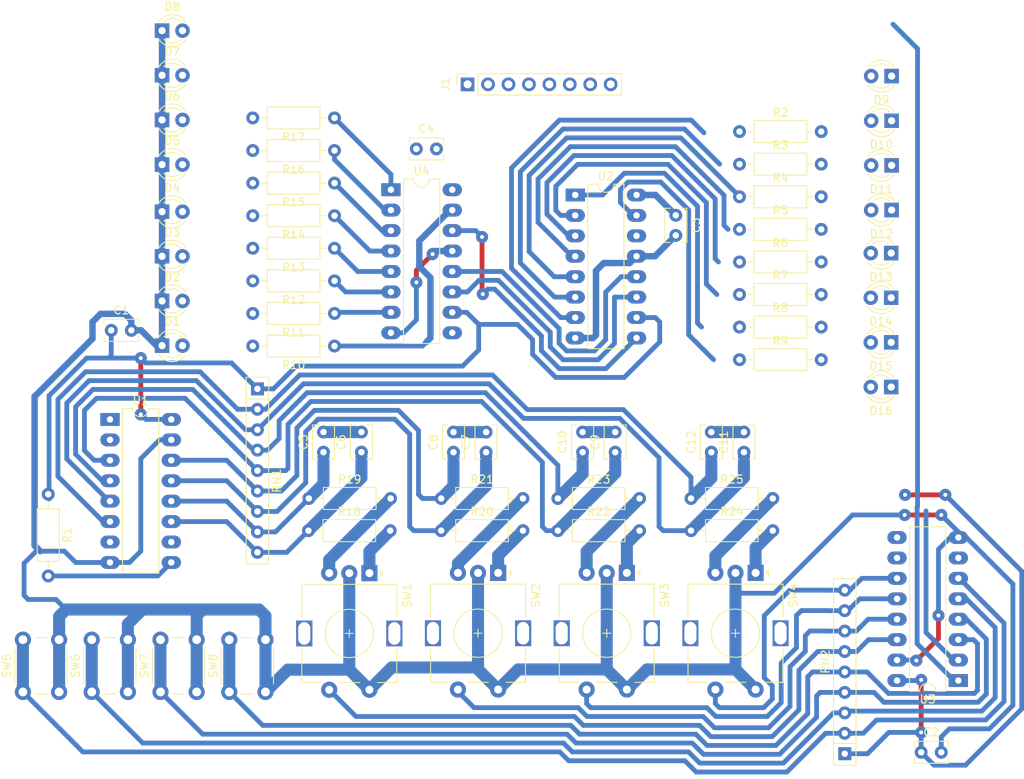
<source format=kicad_pcb>
(kicad_pcb (version 20240108) (generator "pcbnew") (generator_version "8.0")
  (layers (0 "F.Cu" signal) (31 "B.Cu" signal) (34 "B.Paste" user) (35 "F.Paste" user) (36 "B.SilkS" user "B.Silkscreen") (37 "F.SilkS" user "F.Silkscreen") (38 "B.Mask" user) (39 "F.Mask" user) (44 "Edge.Cuts" user))
  (net 0 "")
  (net 1 "+5V")
  (net 2 "GND")
  (net 3 "/D11")
  (net 4 "/D10")
  (net 5 "/D12")
  (net 6 "/D13")
  (net 7 "/D14")
  (net 8 "/D15")
  (net 9 "/D16")
  (net 10 "/D17")
  (net 11 "Net-(D1-A)")
  (net 12 "Net-(D2-A)")
  (net 13 "Net-(D3-A)")
  (net 14 "Net-(D4-A)")
  (net 15 "Net-(D5-A)")
  (net 16 "Net-(D6-A)")
  (net 17 "Net-(D7-A)")
  (net 18 "Net-(D8-A)")
  (net 19 "Net-(D9-A)")
  (net 20 "Net-(D10-A)")
  (net 21 "Net-(D11-A)")
  (net 22 "Net-(D12-A)")
  (net 23 "Net-(D13-A)")
  (net 24 "Net-(D14-A)")
  (net 25 "Net-(D15-A)")
  (net 26 "Net-(D16-A)")
  (net 27 "Net-(U1-Q7)")
  (net 28 "Net-(U2-QA)")
  (net 29 "Net-(U2-QB)")
  (net 30 "Net-(U2-QC)")
  (net 31 "Net-(U2-QD)")
  (net 32 "Net-(U2-QE)")
  (net 33 "Net-(U2-QF)")
  (net 34 "Net-(U2-QG)")
  (net 35 "Net-(U2-QH)")
  (net 36 "Net-(U4-QA)")
  (net 37 "Net-(U4-QB)")
  (net 38 "Net-(U4-QC)")
  (net 39 "Net-(U4-QD)")
  (net 40 "Net-(U4-QE)")
  (net 41 "Net-(U4-QF)")
  (net 42 "Net-(U4-QG)")
  (net 43 "Net-(U4-QH)")
  (net 44 "Net-(R18-Pad2)")
  (net 45 "Net-(R19-Pad2)")
  (net 46 "Net-(R20-Pad2)")
  (net 47 "Net-(R21-Pad2)")
  (net 48 "Net-(R22-Pad2)")
  (net 49 "Net-(R23-Pad2)")
  (net 50 "Net-(R24-Pad2)")
  (net 51 "Net-(R25-Pad2)")
  (net 52 "/D25")
  (net 53 "/D26")
  (net 54 "/D23")
  (net 55 "/D22")
  (net 56 "/D20")
  (net 57 "/D24")
  (net 58 "/D21")
  (net 59 "/D27")
  (net 61 "/LD165")
  (net 63 "/CLK165")
  (net 64 "Net-(U2-QH')")
  (net 65 "/SRCLK595")
  (net 66 "/SER595")
  (net 67 "/RCLK595")
  (net 68 "/OUT165")
  (footprint "Button_Switch_THT:SW_PUSH_6mm" (layer "F.Cu") (at 108.95 128.5 90)
    (property "Reference" "SW7")
    (property "Value" "IN")
  )
  (footprint "LED_THT:LED_D3.0mm" (layer "F.Cu") (at 199.775 85.05 180)
    (property "Reference" "D15")
    (property "Value" "LED")
  )
  (footprint "Capacitor_THT:C_Rect_L4.0mm_W2.5mm_P2.50mm" (layer "F.Cu") (at 177.42 98.7 90)
    (property "Reference" "C12")
    (property "Value" "10nF")
  )
  (footprint "Capacitor_THT:C_Rect_L4.0mm_W2.5mm_P2.50mm" (layer "F.Cu") (at 129.210875 98.695215 90)
    (property "Reference" "C5")
    (property "Value" "10nF")
  )
  (footprint "Rotary_Encoder:RotaryEncoder_Alps_EC11E-Switch_Vertical_H20mm" (layer "F.Cu") (at 150.92 113.7 -90)
    (property "Reference" "SW2")
    (property "Value" "ROTENC")
  )
  (footprint "LED_THT:LED_D3.0mm" (layer "F.Cu") (at 109.145 85.45)
    (property "Reference" "D1")
    (property "Value" "LED")
  )
  (footprint "Capacitor_THT:C_Rect_L4.0mm_W2.5mm_P2.50mm" (layer "F.Cu") (at 203.5 136)
    (property "Reference" "C2")
    (property "Value" "100nF")
  )
  (footprint "Resistor_THT:R_Axial_DIN0207_L6.3mm_D2.5mm_P10.16mm_Horizontal" (layer "F.Cu") (at 174.89 108.45)
    (property "Reference" "R24")
    (property "Value" "10k")
  )
  (footprint "Package_DIP:DIP-16_W7.62mm_LongPads" (layer "F.Cu") (at 208.12 127.08 180)
    (property "Reference" "U3")
    (property "Value" "74HC165")
  )
  (footprint "Package_DIP:DIP-16_W7.62mm_LongPads" (layer "F.Cu") (at 137.595 66.075)
    (property "Reference" "U4")
    (property "Value" "74HC595")
  )
  (footprint "Rotary_Encoder:RotaryEncoder_Alps_EC11E-Switch_Vertical_H20mm" (layer "F.Cu") (at 134.92 113.728093 -90)
    (property "Reference" "SW1")
    (property "Value" "ROTENC")
  )
  (footprint "Rotary_Encoder:RotaryEncoder_Alps_EC11E-Switch_Vertical_H20mm" (layer "F.Cu") (at 182.92 113.7 -90)
    (property "Reference" "SW4")
    (property "Value" "ROTENC")
  )
  (footprint "Resistor_THT:R_Axial_DIN0207_L6.3mm_D2.5mm_P10.16mm_Horizontal" (layer "F.Cu") (at 130.58 77.4 180)
    (property "Reference" "R12")
    (property "Value" "220")
  )
  (footprint "Capacitor_THT:C_Rect_L4.0mm_W2.5mm_P2.50mm" (layer "F.Cu") (at 161.42 98.7 90)
    (property "Reference" "C10")
    (property "Value" "10nF")
  )
  (footprint "Resistor_THT:R_Axial_DIN0207_L6.3mm_D2.5mm_P10.16mm_Horizontal" (layer "F.Cu") (at 127.39 104.45)
    (property "Reference" "R19")
    (property "Value" "10k")
  )
  (footprint "Connector_PinSocket_2.54mm:PinSocket_1x08_P2.54mm_Vertical" (layer "F.Cu") (at 147.125 52.975 90)
    (property "Reference" "J1")
    (property "Value" "OUTCON")
  )
  (footprint "LED_THT:LED_D3.0mm" (layer "F.Cu") (at 199.775 90.6 180)
    (property "Reference" "D16")
    (property "Value" "LED")
  )
  (footprint "Resistor_THT:R_Axial_DIN0207_L6.3mm_D2.5mm_P10.16mm_Horizontal" (layer "F.Cu") (at 180.92 71)
    (property "Reference" "R5")
    (property "Value" "220")
  )
  (footprint "Capacitor_THT:C_Rect_L4.0mm_W2.5mm_P2.50mm" (layer "F.Cu") (at 181.47 98.7 90)
    (property "Reference" "C11")
    (property "Value" "10nF")
  )
  (footprint "LED_THT:LED_D3.0mm" (layer "F.Cu") (at 109.145 62.95)
    (property "Reference" "D5")
    (property "Value" "LED")
  )
  (footprint "Capacitor_THT:C_Rect_L4.0mm_W2.5mm_P2.50mm" (layer "F.Cu") (at 173 69.25 -90)
    (property "Reference" "C3")
    (property "Value" "100nF")
  )
  (footprint "LED_THT:LED_D3.0mm" (layer "F.Cu") (at 109.145 74.35)
    (property "Reference" "D3")
    (property "Value" "LED")
  )
  (footprint "Capacitor_THT:C_Rect_L4.0mm_W2.5mm_P2.50mm" (layer "F.Cu") (at 149.42 98.7 90)
    (property "Reference" "C7")
    (property "Value" "10nF")
  )
  (footprint "Package_DIP:DIP-16_W7.62mm_LongPads" (layer "F.Cu") (at 160.5 66.725)
    (property "Reference" "U2")
    (property "Value" "74HC595")
  )
  (footprint "LED_THT:LED_D3.0mm" (layer "F.Cu") (at 199.825 63.05 180)
    (property "Reference" "D11")
    (property "Value" "LED")
  )
  (footprint "Resistor_THT:R_Axial_DIN0207_L6.3mm_D2.5mm_P10.16mm_Horizontal" (layer "F.Cu") (at 180.92 79.1)
    (property "Reference" "R7")
    (property "Value" "220")
  )
  (footprint "Resistor_THT:R_Axial_DIN0207_L6.3mm_D2.5mm_P10.16mm_Horizontal" (layer "F.Cu") (at 174.89 104.45)
    (property "Reference" "R25")
    (property "Value" "10k")
  )
  (footprint "Resistor_THT:R_Axial_DIN0207_L6.3mm_D2.5mm_P10.16mm_Horizontal" (layer "F.Cu") (at 158.34 108.45)
    (property "Reference" "R22")
    (property "Value" "10k")
  )
  (footprint "LED_THT:LED_D3.0mm" (layer "F.Cu") (at 199.825 57.5 180)
    (property "Reference" "D10")
    (property "Value" "LED")
  )
  (footprint "Resistor_THT:R_Axial_DIN0207_L6.3mm_D2.5mm_P10.16mm_Horizontal" (layer "F.Cu") (at 143.84 104.45)
    (property "Reference" "R21")
    (property "Value" "10k")
  )
  (footprint "LED_THT:LED_D3.0mm" (layer "F.Cu") (at 109.145 46.3)
    (property "Reference" "D8")
    (property "Value" "LED")
  )
  (footprint "Capacitor_THT:C_Rect_L4.0mm_W2.5mm_P2.50mm" (layer "F.Cu") (at 102.83 83.55)
    (property "Reference" "C1")
    (property "Value" "100nF")
  )
  (footprint "Resistor_THT:R_Axial_DIN0207_L6.3mm_D2.5mm_P10.16mm_Horizontal" (layer "F.Cu") (at 95 103.92 -90)
    (property "Reference" "R1")
    (property "Value" "10k")
  )
  (footprint "LED_THT:LED_D3.0mm" (layer "F.Cu") (at 199.825 68.6 180)
    (property "Reference" "D12")
    (property "Value" "LED")
  )
  (footprint "Capacitor_THT:C_Rect_L4.0mm_W2.5mm_P2.50mm" (layer "F.Cu") (at 165.47 98.7 90)
    (property "Reference" "C9")
    (property "Value" "10nF")
  )
  (footprint "Capacitor_THT:C_Rect_L4.0mm_W2.5mm_P2.50mm" (layer "F.Cu") (at 140.75 61)
    (property "Reference" "C4")
    (property "Value" "100nF")
  )
  (footprint "Rotary_Encoder:RotaryEncoder_Alps_EC11E-Switch_Vertical_H20mm" (layer "F.Cu") (at 166.92 113.7 -90)
    (property "Reference" "SW3")
    (property "Value" "ROTENC")
  )
  (footprint "Resistor_THT:R_Axial_DIN0207_L6.3mm_D2.5mm_P10.16mm_Horizontal" (layer "F.Cu") (at 180.92 66.95)
    (property "Reference" "R4")
    (property "Value" "220")
  )
  (footprint "Capacitor_THT:C_Rect_L4.0mm_W2.5mm_P2.50mm" (layer "F.Cu") (at 145.37 98.7 90)
    (property "Reference" "C8")
    (property "Value" "10nF")
  )
  (footprint "Resistor_THT:R_Axial_DIN0207_L6.3mm_D2.5mm_P10.16mm_Horizontal" (layer "F.Cu") (at 130.58 85.5 180)
    (property "Reference" "R10")
    (property "Value" "220")
  )
  (footprint "LED_THT:LED_D3.0mm" (layer "F.Cu") (at 199.775 73.95 180)
    (property "Reference" "D13")
    (property "Value" "LED")
  )
  (footprint "LED_THT:LED_D3.0mm" (layer "F.Cu") (at 109.145 51.85)
    (property "Reference" "D7")
    (property "Value" "LED")
  )
  (footprint "LED_THT:LED_D3.0mm" (layer "F.Cu") (at 199.775 79.5 180)
    (property "Reference" "D14")
    (property "Value" "LED")
  )
  (footprint "Resistor_THT:R_Axial_DIN0207_L6.3mm_D2.5mm_P10.16mm_Horizontal" (layer "F.Cu") (at 130.58 81.45 180)
    (property "Reference" "R11")
    (property "Value" "220")
  )
  (footprint "Resistor_THT:R_Axial_DIN0207_L6.3mm_D2.5mm_P10.16mm_Horizontal" (layer "F.Cu") (at 130.58 61.2 180)
    (property "Reference" "R16")
    (property "Value" "220")
  )
  (footprint "Button_Switch_THT:SW_PUSH_6mm" (layer "F.Cu") (at 100.4 128.5 90)
    (property "Reference" "SW6")
    (property "Value" "IN")
  )
  (footprint "Resistor_THT:R_Axial_DIN0207_L6.3mm_D2.5mm_P10.16mm_Horizontal" (layer "F.Cu") (at 130.58 65.25 180)
    (property "Reference" "R15")
    (property "Value" "220")
  )
  (footprint "Resistor_THT:R_Axial_DIN0207_L6.3mm_D2.5mm_P10.16mm_Horizontal" (layer "F.Cu") (at 130.58 57.15 180)
    (property "Reference" "R17")
    (property "Value" "220")
  )
  (footprint "Resistor_THT:R_Axial_DIN0207_L6.3mm_D2.5mm_P10.16mm_Horizontal" (layer "F.Cu") (at 130.58 73.35 180)
    (property "Reference" "R13")
    (property "Value" "220")
  )
  (footprint "Resistor_THT:R_Axial_DIN0207_L6.3mm_D2.5mm_P10.16mm_Horizontal" (layer "F.Cu") (at 127.34 108.45)
    (property "Reference" "R18")
    (property "Value" "10k")
  )
  (footprint "Resistor_THT:R_Axial_DIN0207_L6.3mm_D2.5mm_P10.16mm_Horizontal" (layer "F.Cu") (at 180.92 62.9)
    (property "Reference" "R3")
    (property "Value" "220")
  )
  (footprint "Resistor_THT:R_Axial_DIN0207_L6.3mm_D2.5mm_P10.16mm_Horizontal" (layer "F.Cu") (at 180.92 83.15)
    (property "Reference" "R8")
    (property "Value" "220")
  )
  (footprint "Resistor_THT:R_Axial_DIN0207_L6.3mm_D2.5mm_P10.16mm_Horizontal" (layer "F.Cu") (at 180.92 87.2)
    (property "Reference" "R9")
    (property "Value" "220")
  )
  (footprint "LED_THT:LED_D3.0mm" (layer "F.Cu") (at 109.145 57.4)
    (property "Reference" "D6")
    (property "Value" "LED")
  )
  (footprint "Resistor_THT:R_Array_SIP9" (layer "F.Cu") (at 121 90.825 -90)
    (property "Reference" "RN1")
    (property "Value" "10K")
  )
  (footprint "Resistor_THT:R_Axial_DIN0207_L6.3mm_D2.5mm_P10.16mm_Horizontal" (layer "F.Cu") (at 158.34 104.45)
    (property "Reference" "R23")
    (property "Value" "10k")
  )
  (footprint "Resistor_THT:R_Axial_DIN0207_L6.3mm_D2.5mm_P10.16mm_Horizontal" (layer "F.Cu") (at 143.84 108.45)
    (property "Reference" "R20")
    (property "Value" "10k")
  )
  (footprint "Package_DIP:DIP-16_W7.62mm_LongPads" (layer "F.Cu") (at 102.675 94.625)
    (property "Reference" "U1")
    (property "Value" "74HC165")
  )
  (footprint "Resistor_THT:R_Axial_DIN0207_L6.3mm_D2.5mm_P10.16mm_Horizontal" (layer "F.Cu") (at 180.92 75.05)
    (property "Reference" "R6")
    (property "Value" "220")
  )
  (footprint "LED_THT:LED_D3.0mm" (layer "F.Cu") (at 109.145 68.8)
    (property "Reference" "D4")
    (property "Value" "LED")
  )
  (footprint "Resistor_THT:R_Axial_DIN0207_L6.3mm_D2.5mm_P10.16mm_Horizontal" (layer "F.Cu") (at 130.58 69.3 180)
    (property "Reference" "R14")
    (property "Value" "220")
  )
  (footprint "LED_THT:LED_D3.0mm" (layer "F.Cu") (at 199.825 51.95 180)
    (property "Reference" "D9")
    (property "Value" "LED")
  )
  (footprint "Button_Switch_THT:SW_PUSH_6mm" (layer "F.Cu") (at 91.85 128.5 90)
    (property "Reference" "SW5")
    (property "Value" "IN")
  )
  (footprint "Capacitor_THT:C_Rect_L4.0mm_W2.5mm_P2.50mm" (layer "F.Cu") (at 133.925875 98.695215 90)
    (property "Reference" "C6")
    (property "Value" "10nF")
  )
  (footprint "Resistor_THT:R_Axial_DIN0207_L6.3mm_D2.5mm_P10.16mm_Horizontal" (layer "F.Cu") (at 180.92 58.85)
    (property "Reference" "R2")
    (property "Value" "220")
  )
  (footprint "LED_THT:LED_D3.0mm" (layer "F.Cu") (at 109.145 79.9)
    (property "Reference" "D2")
    (property "Value" "LED")
  )
  (footprint "Resistor_THT:R_Array_SIP9" (layer "F.Cu") (at 194 136.175 90)
    (property "Reference" "RN2")
    (property "Value" "10K")
  )
  (footprint "Button_Switch_THT:SW_PUSH_6mm" (layer "F.Cu") (at 117.5 128.5 90)
    (property "Reference" "SW8")
    (property "Value" "IN")
  )
  (segment (start 206.5 104) (end 201.5 104) (width 0.6) (layer "F.Cu") (net 1))
  (segment (start 203.5 127) (end 203.5 133.53) (width 0.6) (layer "F.Cu") (net 1))
  (segment (start 106.5 94) (end 106.5 87) (width 0.6) (layer "F.Cu") (net 1))
  (via (at 201.5 104) (size 1.5) (drill 0.5) (layers "F.Cu" "B.Cu") (net 1))
  (via (at 203.5 127) (size 1.5) (drill 0.5) (layers "F.Cu" "B.Cu") (net 1))
  (via (at 106.5 94) (size 1.5) (drill 0.5) (layers "F.Cu" "B.Cu") (net 1))
  (via (at 203.5 133.53) (size 1.5) (drill 0.5) (layers "F.Cu" "B.Cu") (net 1))
  (via (at 206.5 104) (size 1.5) (drill 0.5) (layers "F.Cu" "B.Cu") (net 1))
  (via (at 106.5 87) (size 1.5) (drill 0.5) (layers "F.Cu" "B.Cu") (net 1))
  (segment (start 124.65477 89.154769) (end 124.65477 89.154768) (width 0.6) (layer "B.Cu") (net 1))
  (segment (start 110.295 94.625) (end 107.125 94.625) (width 0.6) (layer "B.Cu") (net 1))
  (segment (start 216 113.5) (end 206.5 104) (width 0.6) (layer "B.Cu") (net 1))
  (segment (start 125.814323 87.995215) (end 146.504785 87.995215) (width 0.6) (layer "B.Cu") (net 1))
  (segment (start 199.47 133.53) (end 196.825 136.175) (width 0.6) (layer "B.Cu") (net 1))
  (segment (start 168.12 81.965) (end 170.465 81.965) (width 0.6) (layer "B.Cu") (net 1))
  (segment (start 158.070353 89.405) (end 155.2 86.534647) (width 0.6) (layer "B.Cu") (net 1))
  (segment (start 196.825 136.175) (end 194 136.175) (width 0.6) (layer "B.Cu") (net 1))
  (segment (start 122.984539 90.825) (end 124.65477 89.154769) (width 0.6) (layer "B.Cu") (net 1))
  (segment (start 155.2 84.7) (end 153.315 82.815) (width 0.6) (layer "B.Cu") (net 1))
  (segment (start 99.77746 87) (end 102.5 87) (width 0.6) (layer "B.Cu") (net 1))
  (segment (start 102.83 83.55) (end 102.83 86.67) (width 0.6) (layer "B.Cu") (net 1))
  (segment (start 124.65477 89.154768) (end 125.814323 87.995215) (width 0.6) (layer "B.Cu") (net 1))
  (segment (start 209.01127 137.6) (end 216 130.61127) (width 0.6) (layer "B.Cu") (net 1))
  (segment (start 102.83 86.67) (end 102.5 87) (width 0.6) (layer "B.Cu") (net 1))
  (segment (start 203.5 136) (end 203.5 133.53) (width 0.6) (layer "B.Cu") (net 1))
  (segment (start 95.1 91.67746) (end 99.77746 87) (width 0.6) (layer "B.Cu") (net 1))
  (segment (start 203.5 136) (end 205.1 137.6) (width 0.6) (layer "B.Cu") (net 1))
  (segment (start 102.5 87) (end 106.5 87) (width 0.6) (layer "B.Cu") (net 1))
  (segment (start 200.5 127.08) (end 203.42 127.08) (width 0.6) (layer "B.Cu") (net 1))
  (segment (start 203.5 133.53) (end 199.47 133.53) (width 0.6) (layer "B.Cu") (net 1))
  (segment (start 171 82.5) (end 171 85) (width 0.6) (layer "B.Cu") (net 1))
  (segment (start 148.5 86) (end 148.5 82.815) (width 0.6) (layer "B.Cu") (net 1))
  (segment (start 171 85) (end 166.595 89.405) (width 0.6) (layer "B.Cu") (net 1))
  (segment (start 170.475 66.725) (end 168.12 66.725) (width 0.8) (layer "B.Cu") (net 1))
  (segment (start 147 81.315) (end 145.215 81.315) (width 0.6) (layer "B.Cu") (net 1))
  (segment (start 153.315 82.815) (end 148.5 82.815) (width 0.6) (layer "B.Cu") (net 1))
  (segment (start 107.125 94.625) (end 106.5 94) (width 0.6) (layer "B.Cu") (net 1))
  (segment (start 121 90.825) (end 122.984539 90.825) (width 0.6) (layer "B.Cu") (net 1))
  (segment (start 155.2 86.534647) (end 155.2 84.7) (width 0.6) (layer "B.Cu") (net 1))
  (segment (start 166.595 89.405) (end 158.070353 89.405) (width 0.6) (layer "B.Cu") (net 1))
  (segment (start 173 69.25) (end 170.475 66.725) (width 0.8) (layer "B.Cu") (net 1))
  (segment (start 216 130.61127) (end 216 113.5) (width 0.6) (layer "B.Cu") (net 1))
  (segment (start 117.775 87.6) (end 121 90.825) (width 0.6) (layer "B.Cu") (net 1))
  (segment (start 146.504785 87.995215) (end 148.5 86) (width 0.6) (layer "B.Cu") (net 1))
  (segment (start 148.5 82.815) (end 147 81.315) (width 0.6) (layer "B.Cu") (net 1))
  (segment (start 95.1 104.52) (end 95.1 91.67746) (width 0.6) (layer "B.Cu") (net 1))
  (segment (start 205.1 137.6) (end 209.01127 137.6) (width 0.6) (layer "B.Cu") (net 1))
  (segment (start 170.465 81.965) (end 171 82.5) (width 0.6) (layer "B.Cu") (net 1))
  (segment (start 106.5 87) (end 107.1 87.6) (width 0.6) (layer "B.Cu") (net 1))
  (segment (start 203.42 127.08) (end 203.5 127) (width 0.6) (layer "B.Cu") (net 1))
  (segment (start 107.1 87.6) (end 117.775 87.6) (width 0.6) (layer "B.Cu") (net 1))
  (segment (start 140.758273 77.591727) (end 140.758273 76.091727) (width 0.6) (layer "F.Cu") (net 2))
  (segment (start 206 106.5) (end 201.45 106.5) (width 0.6) (layer "F.Cu") (net 2))
  (segment (start 205.65 121.85) (end 205.65 119) (width 0.6) (layer "F.Cu") (net 2))
  (segment (start 140.758273 76.091727) (end 142.77 74.08) (width 0.6) (layer "F.Cu") (net 2))
  (segment (start 202.903984 124.596016) (end 205.65 121.85) (width 0.6) (layer "F.Cu") (net 2))
  (via (at 142.77 74.08) (size 1.5) (drill 0.5) (layers "F.Cu" "B.Cu") (net 2))
  (via (at 205.65 119) (size 1.5) (drill 0.5) (layers "F.Cu" "B.Cu") (net 2))
  (via (at 140.758273 77.591727) (size 1.5) (drill 0.5) (layers "F.Cu" "B.Cu") (net 2))
  (via (at 206 106.5) (size 1.5) (drill 0.5) (layers "F.Cu" "B.Cu") (net 2))
  (via (at 202.903984 124.596016) (size 1.5) (drill 0.5) (layers "F.Cu" "B.Cu") (net 2))
  (via (at 201.45 106.5) (size 1.5) (drill 0.5) (layers "F.Cu" "B.Cu") (net 2))
  (segment (start 109.145 56.4) (end 109.145 62.95) (width 0.8) (layer "B.Cu") (net 2))
  (segment (start 96.35 128.5) (end 96.35 122) (width 1.5) (layer "B.Cu") (net 2))
  (segment (start 93.5 111) (end 92 112.5) (width 0.6) (layer "B.Cu") (net 2))
  (segment (start 97.2 118.25) (end 106.7 118.25) (width 1.5) (layer "B.Cu") (net 2))
  (segment (start 209.12 109.3) (end 208.12 109.3) (width 0.6) (layer "B.Cu") (net 2))
  (segment (start 163.08 76.15) (end 163.08 84.15) (width 0.8) (layer "B.Cu") (net 2))
  (segment (start 206 136) (end 206 134.08) (width 0.6) (layer "B.Cu") (net 2))
  (segment (start 142.42 74.08) (end 142.805 73.695) (width 0.8) (layer "B.Cu") (net 2))
  (segment (start 148.42 113.7) (end 148.42 125.45) (width 1.5) (layer "B.Cu") (net 2))
  (segment (start 109.145 79.9) (end 109.145 85.45) (width 0.8) (layer "B.Cu") (net 2))
  (segment (start 102.675 112.405) (end 105.095 112.405) (width 0.6) (layer "B.Cu") (net 2))
  (segment (start 180.42 115.5) (end 180.42 125.7) (width 1.5) (layer "B.Cu") (net 2))
  (segment (start 109.145 73.4) (end 109.145 79.9) (width 0.8) (layer "B.Cu") (net 2))
  (segment (start 202.847968 124.54) (end 202.903984 124.596016) (width 0.6) (layer "B.Cu") (net 2))
  (segment (start 200.5 124.54) (end 202.847968 124.54) (width 0.6) (layer "B.Cu") (net 2))
  (segment (start 140.758273 82.241727) (end 140.758273 77.591727) (width 0.6) (layer "B.Cu") (net 2))
  (segment (start 201.45 106.5) (end 194.964366 106.5) (width 0.6) (layer "B.Cu") (net 2))
  (segment (start 124.771907 125.728093) (end 122 128.5) (width 1.5) (layer "B.Cu") (net 2))
  (segment (start 102.675 112.405) (end 98.405 112.405) (width 0.6) (layer "B.Cu") (net 2))
  (segment (start 92 112.5) (end 92 116.5) (width 0.6) (layer "B.Cu") (net 2))
  (segment (start 100.5 82.5) (end 100.5 84.580404) (width 0.8) (layer "B.Cu") (net 2))
  (segment (start 132.42 113.728093) (end 132.42 125.728093) (width 1.5) (layer "B.Cu") (net 2))
  (segment (start 177.42 96.2) (end 181.47 96.2) (width 1.5) (layer "B.Cu") (net 2))
  (segment (start 113.45 128.5) (end 113.45 122) (width 1.5) (layer "B.Cu") (net 2))
  (segment (start 180.42 125.7) (end 182.92 128.2) (width 1.5) (layer "B.Cu") (net 2))
  (segment (start 109.145 85.45) (end 108.45 85.45) (width 0.8) (layer "B.Cu") (net 2))
  (segment (start 139.145 83.855) (end 140.758273 82.241727) (width 0.6) (layer "B.Cu") (net 2))
  (segment (start 163.08 84.15) (end 162.725 84.505) (width 0.8) (layer "B.Cu") (net 2))
  (segment (start 208.12 109.3) (end 208.12 108.62) (width 0.6) (layer "B.Cu") (net 2))
  (segment (start 109.145 46.3) (end 109.145 51.85) (width 0.8) (layer "B.Cu") (net 2))
  (segment (start 162.725 84.505) (end 160.5 84.505) (width 0.8) (layer "B.Cu") (net 2))
  (segment (start 93.3 110.3) (end 94 111) (width 0.8) (layer "B.Cu") (net 2))
  (segment (start 96.35 119.1) (end 97.2 118.25) (width 1.5) (layer "B.Cu") (net 2))
  (segment (start 105.095 112.405) (end 106.5 111) (width 0.6) (layer "B.Cu") (net 2))
  (segment (start 134.92 128.228093) (end 137.698093 125.45) (width 1.5) (layer "B.Cu") (net 2))
  (segment (start 164.42 113.7) (end 164.42 125.7) (width 1.5) (layer "B.Cu") (net 2))
  (segment (start 185.232183 116.232183) (end 181.152183 116.232183) (width 0.6) (layer "B.Cu") (net 2))
  (segment (start 98.405 112.405) (end 97 111) (width 0.6) (layer "B.Cu") (net 2))
  (segment (start 104.9 122) (end 104.9 120.05) (width 1.5) (layer "B.Cu") (net 2))
  (segment (start 214.255635 130.8) (end 214.9 130.155635) (width 0.6) (layer "B.Cu") (net 2))
  (segment (start 208.12 108.62) (end 206 106.5) (width 0.6) (layer "B.Cu") (net 2))
  (segment (start 181.152183 116.232183) (end 180.42 115.5) (width 0.6) (layer "B.Cu") (net 2))
  (segment (start 207.12 109.3) (end 208.12 109.3) (width 0.6) (layer "B.Cu") (net 2))
  (segment (start 137.595 83.855) (end 139.145 83.855) (width 0.6) (layer "B.Cu") (net 2))
  (segment (start 145.365215 96.195215) (end 145.37 96.2) (width 1.5) (layer "B.Cu") (net 2))
  (segment (start 121.2 118.25) (end 122 119.05) (width 1.5) (layer "B.Cu") (net 2))
  (segment (start 137.698093 125.45) (end 148.42 125.45) (width 1.5) (layer "B.Cu") (net 2))
  (segment (start 93.3 91.780404) (end 93.3 110.3) (width 0.8) (layer "B.Cu") (net 2))
  (segment (start 114.2 118.25) (end 121.2 118.25) (width 1.5) (layer "B.Cu") (net 2))
  (segment (start 206 134.08) (end 207 133.08) (width 0.6) (layer "B.Cu") (net 2))
  (segment (start 164.42 125.7) (end 166.92 128.2) (width 1.5) (layer "B.Cu") (net 2))
  (segment (start 109.145 73.4) (end 109.145 74.35) (width 0.8) (layer "B.Cu") (net 2))
  (segment (start 150.92 128.2) (end 153.42 125.7) (width 1.5) (layer "B.Cu") (net 2))
  (segment (start 180.42 113.7) (end 180.42 115.5) (width 1.5) (layer "B.Cu") (net 2))
  (segment (start 108.45 85.45) (end 106.55 83.55) (width 0.8) (layer "B.Cu") (net 2))
  (segment (start 207 133.08) (end 211.975634 133.08) (width 0.6) (layer "B.Cu") (net 2))
  (segment (start 132.42 125.728093) (end 134.92 128.228093) (width 1.5) (layer "B.Cu") (net 2))
  (segment (start 211.975634 133.08) (end 214.255635 130.8) (width 0.6) (layer "B.Cu") (net 2))
  (segment (start 214.9 130.155635) (end 214.9 115.08) (width 0.6) (layer "B.Cu") (net 2))
  (segment (start 173 71.75) (end 170.405 74.345) (width 0.8) (layer "B.Cu") (net 2))
  (segment (start 106.5 99.5) (end 108.835 97.165) (width 0.6) (layer "B.Cu") (net 2))
  (segment (start 205.65 119) (end 205.65 110.77) (width 0.6) (layer "B.Cu") (net 2))
  (segment (start 164.045 75.185) (end 163.08 76.15) (width 0.8) (layer "B.Cu") (net 2))
  (segment (start 109.145 57.4) (end 109.145 56.4) (width 0.8) (layer "B.Cu") (net 2))
  (segment (start 167.28 75.185) (end 164.045 75.185) (width 0.8) (layer "B.Cu") (net 2))
  (segment (start 94 111) (end 93.5 111) (width 0.6) (layer "B.Cu") (net 2))
  (segment (start 161.42 96.2) (end 165.47 96.2) (width 1.5) (layer "B.Cu") (net 2))
  (segment (start 92 116.5) (end 92.5 117) (width 0.6) (layer "B.Cu") (net 2))
  (segment (start 170.405 74.345) (end 168.12 74.345) (width 0.8) (layer "B.Cu") (net 2))
  (segment (start 153.42 125.7) (end 164.42 125.7) (width 1.5) (layer "B.Cu") (net 2))
  (segment (start 113.45 119) (end 114.2 118.25) (width 1.5) (layer "B.Cu") (net 2))
  (segment (start 122 128.5) (end 122 122) (width 1.5) (layer "B.Cu") (net 2))
  (segment (start 166.92 128.2) (end 169.42 125.7) (width 1.5) (layer "B.Cu") (net 2))
  (segment (start 142.805 73.695) (end 145.215 73.695) (width 0.8) (layer "B.Cu") (net 2))
  (segment (start 104.9 128.5) (end 104.9 122) (width 1.5) (layer "B.Cu") (net 2))
  (segment (start 109.145 56.4) (end 109.145 51.85) (width 0.8) (layer "B.Cu") (net 2))
  (segment (start 194.964366 106.5) (end 185.232183 116.232183) (width 0.6) (layer "B.Cu") (net 2))
  (segment (start 109.145 62.95) (end 109.145 68.8) (width 0.8) (layer "B.Cu") (net 2))
  (segment (start 96.35 122) (end 96.35 119.1) (width 1.5) (layer "B.Cu") (net 2))
  (segment (start 205.65 110.77) (end 207.12 109.3) (width 0.6) (layer "B.Cu") (net 2))
  (segment (start 106.5 111) (end 106.5 99.5) (width 0.6) (layer "B.Cu") (net 2))
  (segment (start 104.9 120.05) (end 106.7 118.25) (width 1.5) (layer "B.Cu") (net 2))
  (segment (start 97 111) (end 94 111) (width 0.6) (layer "B.Cu") (net 2))
  (segment (start 105.33 83.55) (end 105.33 82.33) (width 0.8) (layer "B.Cu") (net 2))
  (segment (start 109.145 68.8) (end 109.145 73.4) (width 0.8) (layer "B.Cu") (net 2))
  (segment (start 113.45 122) (end 113.45 119) (width 1.5) (layer "B.Cu") (net 2))
  (segment (start 104.5 81.5) (end 101.5 81.5) (width 0.8) (layer "B.Cu") (net 2))
  (segment (start 101.5 81.5) (end 100.5 82.5) (width 0.8) (layer "B.Cu") (net 2))
  (segment (start 95.95 117) (end 97.2 118.25) (width 0.6) (layer "B.Cu") (net 2))
  (segment (start 106.55 83.55) (end 105.33 83.55) (width 0.8) (layer "B.Cu") (net 2))
  (segment (start 122 119.05) (end 122 122) (width 1.5) (layer "B.Cu") (net 2))
  (segment (start 148.42 125.7) (end 150.92 128.2) (width 1.5) (layer "B.Cu") (net 2))
  (segment (start 168.12 74.345) (end 167.28 75.185) (width 0.8) (layer "B.Cu") (net 2))
  (segment (start 145.37 96.2) (end 149.42 96.2) (width 1.5) (layer "B.Cu") (net 2))
  (segment (start 100.5 84.580404) (end 93.3 91.780404) (width 0.8) (layer "B.Cu") (net 2))
  (segment (start 129.210875 96.195215) (end 133.925875 96.195215) (width 1.5) (layer "B.Cu") (net 2))
  (segment (start 108.835 97.165) (end 110.295 97.165) (width 0.6) (layer "B.Cu") (net 2))
  (segment (start 214.9 115.08) (end 209.12 109.3) (width 0.6) (layer "B.Cu") (net 2))
  (segment (start 105.33 82.33) (end 104.5 81.5) (width 0.8) (layer "B.Cu") (net 2))
  (segment (start 106.7 118.25) (end 114.2 118.25) (width 1.5) (layer "B.Cu") (net 2))
  (segment (start 148.42 125.45) (end 148.42 125.7) (width 1.5) (layer "B.Cu") (net 2))
  (segment (start 92.5 117) (end 95.95 117) (width 0.6) (layer "B.Cu") (net 2))
  (segment (start 132.42 125.728093) (end 124.771907 125.728093) (width 1.5) (layer "B.Cu") (net 2))
  (segment (start 169.42 125.7) (end 180.42 125.7) (width 1.5) (layer "B.Cu") (net 2))
  (segment (start 110.295 104.785) (end 117.18 104.785) (width 0.6) (layer "B.Cu") (net 3))
  (segment (start 121 108.605) (end 123.235 108.605) (width 0.6) (layer "B.Cu") (net 3))
  (segment (start 129.210875 98.695215) (end 129.210875 102.629125) (width 1.5) (layer "B.Cu") (net 3))
  (segment (start 117.18 104.785) (end 121 108.605) (width 0.6) (layer "B.Cu") (net 3))
  (segment (start 123.235 108.605) (end 127.39 104.45) (width 0.6) (layer "B.Cu") (net 3))
  (segment (start 129.210875 102.629125) (end 127.39 104.45) (width 1.5) (layer "B.Cu") (net 3))
  (segment (start 110.295 107.325) (end 117.18 107.325) (width 0.6) (layer "B.Cu") (net 4))
  (segment (start 124.645 111.145) (end 127.34 108.45) (width 0.6) (layer "B.Cu") (net 4))
  (segment (start 127.34 108.45) (end 133.925875 101.864125) (width 1.5) (layer "B.Cu") (net 4))
  (segment (start 117.18 107.325) (end 121 111.145) (width 0.6) (layer "B.Cu") (net 4))
  (segment (start 133.925875 101.864125) (end 133.925875 98.695215) (width 1.5) (layer "B.Cu") (net 4))
  (segment (start 121 111.145) (end 124.645 111.145) (width 0.6) (layer "B.Cu") (net 4))
  (segment (start 149.42 102.87) (end 149.42 98.7) (width 1.5) (layer "B.Cu") (net 5))
  (segment (start 139.92 107.95) (end 140.42 108.45) (width 0.6) (layer "B.Cu") (net 5))
  (segment (start 140.42 108.45) (end 143.84 108.45) (width 0.6) (layer "B.Cu") (net 5))
  (segment (start 127 102.5) (end 127 96.143348) (width 0.6) (layer "B.Cu") (net 5))
  (segment (start 117.18 102.245) (end 121 106.065) (width 0.6) (layer "B.Cu") (net 5))
  (segment (start 139.92 96.45) (end 139.92 107.95) (width 0.6) (layer "B.Cu") (net 5))
  (segment (start 127 96.143348) (end 128.548133 94.595215) (width 0.6) (layer "B.Cu") (net 5))
  (segment (start 128.548133 94.595215) (end 138.065215 94.595215) (width 0.6) (layer "B.Cu") (net 5))
  (segment (start 143.84 108.45) (end 149.42 102.87) (width 1.5) (layer "B.Cu") (net 5))
  (segment (start 121 106.065) (end 123.435 106.065) (width 0.6) (layer "B.Cu") (net 5))
  (segment (start 138.065215 94.595215) (end 139.92 96.45) (width 0.6) (layer "B.Cu") (net 5))
  (segment (start 110.295 102.245) (end 117.18 102.245) (width 0.6) (layer "B.Cu") (net 5))
  (segment (start 123.435 106.065) (end 127 102.5) (width 0.6) (layer "B.Cu") (net 5))
  (segment (start 128.092498 93.495215) (end 138.52085 93.495215) (width 0.6) (layer "B.Cu") (net 6))
  (segment (start 145.37 102.92) (end 143.84 104.45) (width 1.5) (layer "B.Cu") (net 6))
  (segment (start 125.9 101.6) (end 125.9 95.687713) (width 0.6) (layer "B.Cu") (net 6))
  (segment (start 141.52 104.45) (end 143.84 104.45) (width 0.6) (layer "B.Cu") (net 6))
  (segment (start 117.18 99.705) (end 121 103.525) (width 0.6) (layer "B.Cu") (net 6))
  (segment (start 110.295 99.705) (end 117.18 99.705) (width 0.6) (layer "B.Cu") (net 6))
  (segment (start 141.02 103.95) (end 141.52 104.45) (width 0.6) (layer "B.Cu") (net 6))
  (segment (start 138.52085 93.495215) (end 141.02 95.994365) (width 0.6) (layer "B.Cu") (net 6))
  (segment (start 141.02 95.994365) (end 141.02 103.95) (width 0.6) (layer "B.Cu") (net 6))
  (segment (start 121 103.525) (end 123.975 103.525) (width 0.6) (layer "B.Cu") (net 6))
  (segment (start 125.9 95.687713) (end 128.092498 93.495215) (width 0.6) (layer "B.Cu") (net 6))
  (segment (start 145.37 98.7) (end 145.37 102.92) (width 1.5) (layer "B.Cu") (net 6))
  (segment (start 123.975 103.525) (end 125.9 101.6) (width 0.6) (layer "B.Cu") (net 6))
  (segment (start 127.636863 92.395215) (end 148.865215 92.395215) (width 0.6) (layer "B.Cu") (net 7))
  (segment (start 124.8 95.232078) (end 127.636863 92.395215) (width 0.6) (layer "B.Cu") (net 7))
  (segment (start 121 100.985) (end 112.015 92) (width 0.6) (layer "B.Cu") (net 7))
  (segment (start 99.5 98.5) (end 100.705 99.705) (width 0.6) (layer "B.Cu") (net 7))
  (segment (start 165.47 101.32) (end 165.47 98.7) (width 1.5) (layer "B.Cu") (net 7))
  (segment (start 112.015 92) (end 101 92) (width 0.6) (layer "B.Cu") (net 7))
  (segment (start 124.8 100.7) (end 124.8 95.232078) (width 0.6) (layer "B.Cu") (net 7))
  (segment (start 148.865215 92.395215) (end 156.42 99.95) (width 0.6) (layer "B.Cu") (net 7))
  (segment (start 121 100.985) (end 124.515 100.985) (width 0.6) (layer "B.Cu") (net 7))
  (segment (start 156.42 99.95) (end 156.42 107.95) (width 0.6) (layer "B.Cu") (net 7))
  (segment (start 99.5 93.5) (end 99.5 98.5) (width 0.6) (layer "B.Cu") (net 7))
  (segment (start 156.92 108.45) (end 158.34 108.45) (width 0.6) (layer "B.Cu") (net 7))
  (segment (start 158.34 108.45) (end 165.47 101.32) (width 1.5) (layer "B.Cu") (net 7))
  (segment (start 156.42 107.95) (end 156.92 108.45) (width 0.6) (layer "B.Cu") (net 7))
  (segment (start 100.705 99.705) (end 102.675 99.705) (width 0.6) (layer "B.Cu") (net 7))
  (segment (start 101 92) (end 99.5 93.5) (width 0.6) (layer "B.Cu") (net 7))
  (segment (start 124.515 100.985) (end 124.8 100.7) (width 0.6) (layer "B.Cu") (net 7))
  (segment (start 158.34 104.45) (end 161.42 101.37) (width 1.5) (layer "B.Cu") (net 8))
  (segment (start 101.689365 102.245) (end 102.675 102.245) (width 0.6) (layer "B.Cu") (net 8))
  (segment (start 112.955635 90.9) (end 100.544365 90.9) (width 0.6) (layer "B.Cu") (net 8))
  (segment (start 161.42 101.37) (end 161.42 98.7) (width 1.5) (layer "B.Cu") (net 8))
  (segment (start 123.7 94.776443) (end 127.181228 91.295215) (width 0.6) (layer "B.Cu") (net 8))
  (segment (start 123.7 97) (end 123.7 94.776443) (width 0.6) (layer "B.Cu") (net 8))
  (segment (start 121 98.445) (end 120.500635 98.445) (width 0.6) (layer "B.Cu") (net 8))
  (segment (start 120.500635 98.445) (end 112.955635 90.9) (width 0.6) (layer "B.Cu") (net 8))
  (segment (start 149.320849 91.295215) (end 158.34 100.314366) (width 0.6) (layer "B.Cu") (net 8))
  (segment (start 158.34 100.314366) (end 158.34 104.45) (width 0.6) (layer "B.Cu") (net 8))
  (segment (start 100.544365 90.9) (end 98.4 93.044365) (width 0.6) (layer "B.Cu") (net 8))
  (segment (start 127.181228 91.295215) (end 149.320849 91.295215) (width 0.6) (layer "B.Cu") (net 8))
  (segment (start 98.4 98.955635) (end 101.689365 102.245) (width 0.6) (layer "B.Cu") (net 8))
  (segment (start 122.255 98.445) (end 123.7 97) (width 0.6) (layer "B.Cu") (net 8))
  (segment (start 98.4 93.044365) (end 98.4 98.955635) (width 0.6) (layer "B.Cu") (net 8))
  (segment (start 121 98.445) (end 122.255 98.445) (width 0.6) (layer "B.Cu") (net 8))
  (segment (start 121 95.905) (end 119.51627 95.905) (width 0.6) (layer "B.Cu") (net 9))
  (segment (start 121.015809 95.905) (end 123.210405 93.710403) (width 0.6) (layer "B.Cu") (net 9))
  (segment (start 166.032742 94.5) (end 170.92 99.387258) (width 0.6) (layer "B.Cu") (net 9))
  (segment (start 170.92 107.95) (end 171.42 108.45) (width 0.6) (layer "B.Cu") (net 9))
  (segment (start 126.725593 90.195215) (end 149.776484 90.195215) (width 0.6) (layer "B.Cu") (net 9))
  (segment (start 174.89 108.45) (end 181.47 101.87) (width 1.5) (layer "B.Cu") (net 9))
  (segment (start 121 95.905) (end 121.015809 95.905) (width 0.6) (layer "B.Cu") (net 9))
  (segment (start 113.41127 89.8) (end 100.08873 89.8) (width 0.6) (layer "B.Cu") (net 9))
  (segment (start 171.42 108.45) (end 174.89 108.45) (width 0.6) (layer "B.Cu") (net 9))
  (segment (start 123.210405 93.710403) (end 126.725593 90.195215) (width 0.6) (layer "B.Cu") (net 9))
  (segment (start 97.3 99.532742) (end 102.552258 104.785) (width 0.6) (layer "B.Cu") (net 9))
  (segment (start 181.47 101.87) (end 181.47 98.7) (width 1.5) (layer "B.Cu") (net 9))
  (segment (start 102.552258 104.785) (end 102.675 104.785) (width 0.6) (layer "B.Cu") (net 9))
  (segment (start 170.92 99.387258) (end 170.92 107.95) (width 0.6) (layer "B.Cu") (net 9))
  (segment (start 149.776484 90.195215) (end 154.081269 94.5) (width 0.6) (layer "B.Cu") (net 9))
  (segment (start 100.08873 89.8) (end 97.3 92.58873) (width 0.6) (layer "B.Cu") (net 9))
  (segment (start 97.3 92.58873) (end 97.3 99.532742) (width 0.6) (layer "B.Cu") (net 9))
  (segment (start 119.51627 95.905) (end 113.41127 89.8) (width 0.6) (layer "B.Cu") (net 9))
  (segment (start 154.081269 94.5) (end 166.032742 94.5) (width 0.6) (layer "B.Cu") (net 9))
  (segment (start 126.269958 89.095215) (end 150.232119 89.095215) (width 0.6) (layer "B.Cu") (net 10))
  (segment (start 154.536904 93.4) (end 166.488377 93.4) (width 0.6) (layer "B.Cu") (net 10))
  (segment (start 122.000173 93.365) (end 126.269958 89.095215) (width 0.6) (layer "B.Cu") (net 10))
  (segment (start 99.633095 88.7) (end 96.2 92.133095) (width 0.6) (layer "B.Cu") (net 10))
  (segment (start 150.232119 89.095215) (end 154.536904 93.4) (width 0.6) (layer "B.Cu") (net 10))
  (segment (start 121 93.365) (end 118.531905 93.365) (width 0.6) (layer "B.Cu") (net 10))
  (segment (start 174.89 104.45) (end 177.42 101.92) (width 1.5) (layer "B.Cu") (net 10))
  (segment (start 121 93.365) (end 122.000173 93.365) (width 0.6) (layer "B.Cu") (net 10))
  (segment (start 166.488377 93.4) (end 174.89 101.801623) (width 0.6) (layer "B.Cu") (net 10))
  (segment (start 96.2 101.7) (end 101.825 107.325) (width 0.6) (layer "B.Cu") (net 10))
  (segment (start 174.89 101.801623) (end 174.89 104.45) (width 0.6) (layer "B.Cu") (net 10))
  (segment (start 96.2 92.133095) (end 96.2 101.7) (width 0.6) (layer "B.Cu") (net 10))
  (segment (start 101.825 107.325) (end 102.675 107.325) (width 0.6) (layer "B.Cu") (net 10))
  (segment (start 118.531905 93.365) (end 113.866905 88.7) (width 0.6) (layer "B.Cu") (net 10))
  (segment (start 113.866905 88.7) (end 99.633095 88.7) (width 0.6) (layer "B.Cu") (net 10))
  (segment (start 177.42 101.92) (end 177.42 98.7) (width 1.5) (layer "B.Cu") (net 10))
  (segment (start 108.62 114.08) (end 95 114.08) (width 0.6) (layer "B.Cu") (net 27))
  (segment (start 110.295 112.405) (end 108.62 114.08) (width 0.6) (layer "B.Cu") (net 27))
  (segment (start 168.12 69.265) (end 167.72 69.265) (width 0.6) (layer "B.Cu") (net 28))
  (segment (start 174.6 84.1) (end 177.7 87.2) (width 0.6) (layer "B.Cu") (net 28))
  (segment (start 171.137742 65.125) (end 174.6 68.587258) (width 0.6) (layer "B.Cu") (net 28))
  (segment (start 174.6 68.587258) (end 174.6 84.1) (width 0.6) (layer "B.Cu") (net 28))
  (segment (start 167.057258 65.125) (end 171.137742 65.125) (width 0.6) (layer "B.Cu") (net 28))
  (segment (start 166.12 67.665) (end 166.12 66.062258) (width 0.6) (layer "B.Cu") (net 28))
  (segment (start 167.72 69.265) (end 166.12 67.665) (width 0.6) (layer "B.Cu") (net 28))
  (segment (start 166.12 66.062258) (end 167.057258 65.125) (width 0.6) (layer "B.Cu") (net 28))
  (segment (start 166.601623 64.025) (end 171.593377 64.025) (width 0.6) (layer "B.Cu") (net 29))
  (segment (start 160.5 66.725) (end 163.901623 66.725) (width 0.6) (layer "B.Cu") (net 29))
  (segment (start 175.7 82.65) (end 176.2 83.15) (width 0.6) (layer "B.Cu") (net 29))
  (segment (start 175.7 68.131623) (end 175.7 82.65) (width 0.6) (layer "B.Cu") (net 29))
  (segment (start 163.901623 66.725) (end 166.601623 64.025) (width 0.6) (layer "B.Cu") (net 29))
  (segment (start 171.593377 64.025) (end 175.7 68.131623) (width 0.6) (layer "B.Cu") (net 29))
  (segment (start 160.805 62.925) (end 158.08 65.65) (width 0.6) (layer "B.Cu") (net 30))
  (segment (start 158.08 68.645) (end 158.7 69.265) (width 0.6) (layer "B.Cu") (net 30))
  (segment (start 172.049012 62.925) (end 160.805 62.925) (width 0.6) (layer "B.Cu") (net 30))
  (segment (start 176.8 77.8) (end 176.8 67.675988) (width 0.6) (layer "B.Cu") (net 30))
  (segment (start 176.8 67.675988) (end 172.049012 62.925) (width 0.6) (layer "B.Cu") (net 30))
  (segment (start 178.1 79.1) (end 176.8 77.8) (width 0.6) (layer "B.Cu") (net 30))
  (segment (start 158.08 65.65) (end 158.08 68.645) (width 0.6) (layer "B.Cu") (net 30))
  (segment (start 158.7 69.265) (end 160.5 69.265) (width 0.6) (layer "B.Cu") (net 30))
  (segment (start 159.684365 71.805) (end 160.5 71.805) (width 0.6) (layer "B.Cu") (net 31))
  (segment (start 172.504647 61.825) (end 160.349365 61.825) (width 0.6) (layer "B.Cu") (net 31))
  (segment (start 156.98 69.100635) (end 159.684365 71.805) (width 0.6) (layer "B.Cu") (net 31))
  (segment (start 156.98 65.194365) (end 156.98 69.100635) (width 0.6) (layer "B.Cu") (net 31))
  (segment (start 160.349365 61.825) (end 156.98 65.194365) (width 0.6) (layer "B.Cu") (net 31))
  (segment (start 178.3 75.05) (end 177.9 74.65) (width 0.6) (layer "B.Cu") (net 31))
  (segment (start 177.9 74.65) (end 177.9 67.220353) (width 0.6) (layer "B.Cu") (net 31))
  (segment (start 177.9 67.220353) (end 172.504647 61.825) (width 0.6) (layer "B.Cu") (net 31))
  (segment (start 179.5 71) (end 179 70.5) (width 0.6) (layer "B.Cu") (net 32))
  (segment (start 172.960282 60.725) (end 159.89373 60.725) (width 0.6) (layer "B.Cu") (net 32))
  (segment (start 160.1 74.345) (end 160.5 74.345) (width 0.6) (layer "B.Cu") (net 32))
  (segment (start 159.89373 60.725) (end 155.88 64.73873) (width 0.6) (layer "B.Cu") (net 32))
  (segment (start 155.88 64.73873) (end 155.88 70.125) (width 0.6) (layer "B.Cu") (net 32))
  (segment (start 179 70.5) (end 179 66.764718) (width 0.6) (layer "B.Cu") (net 32))
  (segment (start 179 66.764718) (end 172.960282 60.725) (width 0.6) (layer "B.Cu") (net 32))
  (segment (start 155.88 70.125) (end 160.1 74.345) (width 0.6) (layer "B.Cu") (net 32))
  (segment (start 173.625 59.625) (end 159.438095 59.625) (width 0.6) (layer "B.Cu") (net 33))
  (segment (start 154.78 64.283095) (end 154.78 73.78) (width 0.6) (layer "B.Cu") (net 33))
  (segment (start 180.95 66.95) (end 173.625 59.625) (width 0.6) (layer "B.Cu") (net 33))
  (segment (start 154.78 73.78) (end 157.885 76.885) (width 0.6) (layer "B.Cu") (net 33))
  (segment (start 157.885 76.885) (end 160.5 76.885) (width 0.6) (layer "B.Cu") (net 33))
  (segment (start 159.438095 59.625) (end 154.78 64.283095) (width 0.6) (layer "B.Cu") (net 33))
  (segment (start 157.925 79.425) (end 160.5 79.425) (width 0.6) (layer "B.Cu") (net 34))
  (segment (start 153.68 63.82746) (end 153.68 75.18) (width 0.6) (layer "B.Cu") (net 34))
  (segment (start 174.725 59.169366) (end 174.725 59.169365) (width 0.6) (layer "B.Cu") (net 34))
  (segment (start 153.68 75.18) (end 157.925 79.425) (width 0.6) (layer "B.Cu") (net 34))
  (segment (start 174.080635 58.525) (end 158.98246 58.525) (width 0.6) (layer "B.Cu") (net 34))
  (segment (start 178.455634 62.9) (end 174.725 59.169366) (width 0.6) (layer "B.Cu") (net 34))
  (segment (start 158.98246 58.525) (end 153.68 63.82746) (width 0.6) (layer "B.Cu") (net 34))
  (segment (start 174.725 59.169365) (end 174.080635 58.525) (width 0.6) (layer "B.Cu") (net 34))
  (segment (start 152.58 63.371825) (end 158.526825 57.425) (width 0.6) (layer "B.Cu") (net 35))
  (segment (start 174.925 57.425) (end 176.5 59) (width 0.6) (layer "B.Cu") (net 35))
  (segment (start 158.7 81.965) (end 152.58 75.845) (width 0.6) (layer "B.Cu") (net 35))
  (segment (start 152.58 75.845) (end 152.58 63.371825) (width 0.6) (layer "B.Cu") (net 35))
  (segment (start 160.5 81.965) (end 158.7 81.965) (width 0.6) (layer "B.Cu") (net 35))
  (segment (start 158.526825 57.425) (end 174.925 57.425) (width 0.6) (layer "B.Cu") (net 35))
  (segment (start 180.77 59) (end 180.92 58.85) (width 0.6) (layer "B.Cu") (net 35))
  (segment (start 145.215 68.615) (end 144.931956 68.615) (width 0.8) (layer "B.Cu") (net 36))
  (segment (start 141.12 75.62) (end 142.5 77) (width 0.8) (layer "B.Cu") (net 36))
  (segment (start 141.5 85.5) (end 142 85) (width 0.6) (layer "B.Cu") (net 36))
  (segment (start 141.12 72.426956) (end 141.12 75.62) (width 0.8) (layer "B.Cu") (net 36))
  (segment (start 144.931956 68.615) (end 141.12 72.426956) (width 0.8) (layer "B.Cu") (net 36))
  (segment (start 130.58 85.5) (end 141.5 85.5) (width 0.6) (layer "B.Cu") (net 36))
  (segment (start 142.5 84.5) (end 142 85) (width 0.8) (layer "B.Cu") (net 36))
  (segment (start 142.5 77) (end 142.5 84.5) (width 0.8) (layer "B.Cu") (net 36))
  (segment (start 137.595 64.165) (end 137.595 66.075) (width 0.6) (layer "B.Cu") (net 37))
  (segment (start 130.58 57.15) (end 137.595 64.165) (width 0.6) (layer "B.Cu") (net 37))
  (segment (start 130.58 62.33137) (end 136.86363 68.615) (width 0.6) (layer "B.Cu") (net 38))
  (segment (start 130.58 61.2) (end 130.58 62.33137) (width 0.6) (layer "B.Cu") (net 38))
  (segment (start 136.86363 68.615) (end 137.595 68.615) (width 0.6) (layer "B.Cu") (net 38))
  (segment (start 130.58 65.25) (end 136.485 71.155) (width 0.6) (layer "B.Cu") (net 39))
  (segment (start 136.485 71.155) (end 137.595 71.155) (width 0.6) (layer "B.Cu") (net 39))
  (segment (start 134.975 73.695) (end 137.595 73.695) (width 0.6) (layer "B.Cu") (net 40))
  (segment (start 138.013478 73.695) (end 137.595 73.695) (width 0.8) (layer "B.Cu") (net 40))
  (segment (start 130.58 69.3) (end 134.975 73.695) (width 0.6) (layer "B.Cu") (net 40))
  (segment (start 133.465 76.235) (end 137.595 76.235) (width 0.6) (layer "B.Cu") (net 41))
  (segment (start 130.58 73.35) (end 133.465 76.235) (width 0.6) (layer "B.Cu") (net 41))
  (segment (start 131.955 78.775) (end 137.595 78.775) (width 0.6) (layer "B.Cu") (net 42))
  (segment (start 130.58 77.4) (end 131.955 78.775) (width 0.6) (layer "B.Cu") (net 42))
  (segment (start 137.595 81.315) (end 130.715 81.315) (width 0.6) (layer "B.Cu") (net 43))
  (segment (start 130.715 81.315) (end 130.58 81.45) (width 0.6) (layer "B.Cu") (net 43))
  (segment (start 134.92 111.03) (end 137.5 108.45) (width 1.5) (layer "B.Cu") (net 44))
  (segment (start 134.92 113.728093) (end 134.92 111.03) (width 1.5) (layer "B.Cu") (net 44))
  (segment (start 129.92 112.08) (end 137.55 104.45) (width 1.5) (layer "B.Cu") (net 45))
  (segment (start 129.92 113.728093) (end 129.92 112.08) (width 1.5) (layer "B.Cu") (net 45))
  (segment (start 150.92 111.53) (end 154 108.45) (width 1.5) (layer "B.Cu") (net 46))
  (segment (start 150.92 113.7) (end 150.92 111.53) (width 1.5) (layer "B.Cu") (net 46))
  (segment (start 145.92 112.53) (end 154 104.45) (width 1.5) (layer "B.Cu") (net 47))
  (segment (start 145.92 113.7) (end 145.92 112.53) (width 1.5) (layer "B.Cu") (net 47))
  (segment (start 166.92 110.03) (end 168.5 108.45) (width 1.5) (layer "B.Cu") (net 48))
  (segment (start 166.92 113.7) (end 166.92 110.03) (width 1.5) (layer "B.Cu") (net 48))
  (segment (start 161.92 113.7) (end 161.92 111.03) (width 1.5) (layer "B.Cu") (net 49))
  (segment (start 161.92 111.03) (end 168.5 104.45) (width 1.5) (layer "B.Cu") (net 49))
  (segment (start 182.92 110.58) (end 185.05 108.45) (width 1.5) (layer "B.Cu") (net 50))
  (segment (start 182.92 113.7) (end 182.92 110.58) (width 1.5) (layer "B.Cu") (net 50))
  (segment (start 177.92 113.7) (end 177.92 111.58) (width 1.5) (layer "B.Cu") (net 51))
  (segment (start 177.92 111.58) (end 185.05 104.45) (width 1.5) (layer "B.Cu") (net 51))
  (segment (start 211.6 128.755635) (end 210.575635 129.78) (width 0.6) (layer "B.Cu") (net 52))
  (segment (start 198.87 129.78) (end 197.645 128.555) (width 0.6) (layer "B.Cu") (net 52))
  (segment (start 190.5 131.648174) (end 185.898174 136.25) (width 0.6) (layer "B.Cu") (net 52))
  (segment (start 190.945 128.555) (end 190.5 129) (width 0.6) (layer "B.Cu") (net 52))
  (segment (start 197.645 128.555) (end 194 128.555) (width 0.6) (layer "B.Cu") (net 52))
  (segment (start 211.6 121.94) (end 211.6 128.755635) (width 0.6) (layer "B.Cu") (net 52))
  (segment (start 108.95 128.5) (end 108.95 122) (width 1.5) (layer "B.Cu") (net 52))
  (segment (start 108.95 128.5) (end 114.2 133.75) (width 0.6) (layer "B.Cu") (net 52))
  (segment (start 175.797462 135.605635) (end 176.441827 136.25) (width 0.6) (layer "B.Cu") (net 52))
  (segment (start 210.575635 129.78) (end 198.87 129.78) (width 0.6) (layer "B.Cu") (net 52))
  (segment (start 194 128.555) (end 190.945 128.555) (width 0.6) (layer "B.Cu") (net 52))
  (segment (start 209.12 119.46) (end 211.6 121.94) (width 0.6) (layer "B.Cu") (net 52))
  (segment (start 159.497462 133.75) (end 160.597462 134.85) (width 0.6) (layer "B.Cu") (net 52))
  (segment (start 114.2 133.75) (end 159.497462 133.75) (width 0.6) (layer "B.Cu") (net 52))
  (segment (start 160.597462 134.85) (end 175.041828 134.85) (width 0.6) (layer "B.Cu") (net 52))
  (segment (start 208.12 119.46) (end 209.12 119.46) (width 0.6) (layer "B.Cu") (net 52))
  (segment (start 190.5 129) (end 190.5 131.648174) (width 0.6) (layer "B.Cu") (net 52))
  (segment (start 175.041828 134.85) (end 175.797462 135.605635) (width 0.6) (layer "B.Cu") (net 52))
  (segment (start 176.441827 136.25) (end 185.898174 136.25) (width 0.6) (layer "B.Cu") (net 52))
  (segment (start 212.7 129.21127) (end 212.7 120.5) (width 0.6) (layer "B.Cu") (net 53))
  (segment (start 211.031269 130.88) (end 212.055635 129.855635) (width 0.6) (layer "B.Cu") (net 53))
  (segment (start 212.055635 129.855635) (end 212.7 129.21127) (width 0.6) (layer "B.Cu") (net 53))
  (segment (start 100.4 128.5) (end 100.4 122) (width 1.5) (layer "B.Cu") (net 53))
  (segment (start 100.4 128.5) (end 106.75 134.85) (width 0.6) (layer "B.Cu") (net 53))
  (segment (start 106.75 134.85) (end 159.041828 134.85) (width 0.6) (layer "B.Cu") (net 53))
  (segment (start 160.141828 135.95) (end 174.586192 135.95) (width 0.6) (layer "B.Cu") (net 53))
  (segment (start 194.215 130.88) (end 211.031269 130.88) (width 0.6) (layer "B.Cu") (net 53))
  (segment (start 194 131.095) (end 194.215 130.88) (width 0.6) (layer "B.Cu") (net 53))
  (segment (start 186.353809 137.35) (end 192.608809 131.095) (width 0.6) (layer "B.Cu") (net 53))
  (segment (start 212.7 120.5) (end 209.12 116.92) (width 0.6) (layer "B.Cu") (net 53))
  (segment (start 209.12 116.92) (end 208.12 116.92) (width 0.6) (layer "B.Cu") (net 53))
  (segment (start 174.586192 135.95) (end 175.986192 137.35) (width 0.6) (layer "B.Cu") (net 53))
  (segment (start 175.986192 137.35) (end 186.353809 137.35) (width 0.6) (layer "B.Cu") (net 53))
  (segment (start 159.041828 134.85) (end 160.141828 135.95) (width 0.6) (layer "B.Cu") (net 53))
  (segment (start 192.608809 131.095) (end 194 131.095) (width 0.6) (layer "B.Cu") (net 53))
  (segment (start 133.241907 131.55) (end 129.92 128.228093) (width 0.6) (layer "B.Cu") (net 54))
  (segment (start 175.953097 132.65) (end 161.50873 132.65) (width 0.6) (layer "B.Cu") (net 54))
  (segment (start 191.795 123.465) (end 190.64627 123.465) (width 0.6) (layer "B.Cu") (net 54))
  (segment (start 194 123.475) (end 195.475 123.475) (width 0.6) (layer "B.Cu") (net 54))
  (segment (start 161.50873 132.65) (end 160.40873 131.55) (width 0.6) (layer "B.Cu") (net 54))
  (segment (start 188.3 130.736904) (end 184.986904 134.05) (width 0.6) (layer "B.Cu") (net 54))
  (segment (start 196.95 122) (end 200.5 122) (width 0.6) (layer "B.Cu") (net 54))
  (segment (start 191.805 123.475) (end 191.795 123.465) (width 0.6) (layer "B.Cu") (net 54))
  (segment (start 190.64627 123.465) (end 188.3 125.81127) (width 0.6) (layer "B.Cu") (net 54))
  (segment (start 160.40873 131.55) (end 133.241907 131.55) (width 0.6) (layer "B.Cu") (net 54))
  (segment (start 195.475 123.475) (end 196.95 122) (width 0.6) (layer "B.Cu") (net 54))
  (segment (start 188.3 125.81127) (end 188.3 130.736904) (width 0.6) (layer "B.Cu") (net 54))
  (segment (start 194 123.475) (end 191.805 123.475) (width 0.6) (layer "B.Cu") (net 54))
  (segment (start 177.353097 134.05) (end 175.953097 132.65) (width 0.6) (layer "B.Cu") (net 54))
  (segment (start 184.986904 134.05) (end 177.353097 134.05) (width 0.6) (layer "B.Cu") (net 54))
  (segment (start 191.805 120.935) (end 194 120.935) (width 0.6) (layer "B.Cu") (net 55))
  (segment (start 161.964365 131.55) (end 160.864365 130.45) (width 0.6) (layer "B.Cu") (net 55))
  (segment (start 189.675 120.925) (end 189.1 121.5) (width 0.6) (layer "B.Cu") (net 55))
  (segment (start 184.531269 132.949999) (end 184.531269 132.95) (width 0.6) (layer "B.Cu") (net 55))
  (segment (start 189.1 123.455635) (end 187.2 125.355635) (width 0.6) (layer "B.Cu") (net 55))
  (segment (start 191.795 120.925) (end 189.675 120.925) (width 0.6) (layer "B.Cu") (net 55))
  (segment (start 177.808731 132.95) (end 176.408731 131.55) (width 0.6) (layer "B.Cu") (net 55))
  (segment (start 160.864365 130.45) (end 147.92 130.45) (width 0.6) (layer "B.Cu") (net 55))
  (segment (start 189.1 121.5) (end 189.1 123.455635) (width 0.6) (layer "B.Cu") (net 55))
  (segment (start 145.92 128.45) (end 145.92 128.2) (width 0.6) (layer "B.Cu") (net 55))
  (segment (start 195.435 120.935) (end 196.91 119.46) (width 0.6) (layer "B.Cu") (net 55))
  (segment (start 187.2 125.355635) (end 187.2 130.281268) (width 0.6) (layer "B.Cu") (net 55))
  (segment (start 194 120.935) (end 195.435 120.935) (width 0.6) (layer "B.Cu") (net 55))
  (segment (start 187.2 130.281268) (end 184.531269 132.949999) (width 0.6) (layer "B.Cu") (net 55))
  (segment (start 176.408731 131.55) (end 161.964365 131.55) (width 0.6) (layer "B.Cu") (net 55))
  (segment (start 184.531269 132.95) (end 177.808731 132.95) (width 0.6) (layer "B.Cu") (net 55))
  (segment (start 147.92 130.45) (end 145.92 128.45) (width 0.6) (layer "B.Cu") (net 55))
  (segment (start 191.795 120.925) (end 191.805 120.935) (width 0.6) (layer "B.Cu") (net 55))
  (segment (start 196.91 119.46) (end 200.5 119.46) (width 0.6) (layer "B.Cu") (net 55))
  (segment (start 194 115.855) (end 194.645 115.855) (width 0.6) (layer "B.Cu") (net 56))
  (segment (start 187.175 115.845) (end 184 119.02) (width 0.6) (layer "B.Cu") (net 56))
  (segment (start 191.805 115.855) (end 194 115.855) (width 0.6) (layer "B.Cu") (net 56))
  (segment (start 184 119.02) (end 184 126.734415) (width 0.6) (layer "B.Cu") (net 56))
  (segment (start 191.795 115.845) (end 187.175 115.845) (width 0.6) (layer "B.Cu") (net 56))
  (segment (start 196.12 114.38) (end 200.5 114.38) (width 0.6) (layer "B.Cu") (net 56))
  (segment (start 177.92 129.95) (end 178.42 130.45) (width 0.6) (layer "B.Cu") (net 56))
  (segment (start 194.645 115.855) (end 196.12 114.38) (width 0.6) (layer "B.Cu") (net 56))
  (segment (start 184 126.734415) (end 185 127.734415) (width 0.6) (layer "B.Cu") (net 56))
  (segment (start 185 127.734415) (end 185 129.37) (width 0.6) (layer "B.Cu") (net 56))
  (segment (start 177.92 128.2) (end 177.92 129.95) (width 0.6) (layer "B.Cu") (net 56))
  (segment (start 191.795 115.845) (end 191.805 115.855) (width 0.6) (layer "B.Cu") (net 56))
  (segment (start 185 129.37) (end 183.92 130.45) (width 0.6) (layer "B.Cu") (net 56))
  (segment (start 178.42 130.45) (end 183.92 130.45) (width 0.6) (layer "B.Cu") (net 56))
  (segment (start 196.772258 126.015) (end 199.437258 128.68) (width 0.6) (layer "B.Cu") (net 57))
  (segment (start 121.65 132.65) (end 159.953096 132.65) (width 0.6) (layer "B.Cu") (net 57))
  (segment (start 210 122) (end 208.12 122) (width 0.6) (layer "B.Cu") (net 57))
  (segment (start 191.795 126.005) (end 189.995 126.005) (width 0.6) (layer "B.Cu") (net 57))
  (segment (start 175.497462 133.75) (end 176.897462 135.15) (width 0.6) (layer "B.Cu") (net 57))
  (segment (start 191.805 126.015) (end 191.795 126.005) (width 0.6) (layer "B.Cu") (net 57))
  (segment (start 189.4 131.192538) (end 185.442538 135.15) (width 0.6) (layer "B.Cu") (net 57))
  (segment (start 185.442538 135.15) (end 185.35 135.15) (width 0.6) (layer "B.Cu") (net 57))
  (segment (start 210.5 128.3) (end 210.5 122.5) (width 0.6) (layer "B.Cu") (net 57))
  (segment (start 176.897462 135.15) (end 185.442539 135.15) (width 0.6) (layer "B.Cu") (net 57))
  (segment (start 210.12 128.68) (end 210.5 128.3) (width 0.6) (layer "B.Cu") (net 57))
  (segment (start 117.5 128.5) (end 120.2 131.2) (width 0.6) (layer "B.Cu") (net 57))
  (segment (start 189.995 126.005) (end 189.4 126.6) (width 0.6) (layer "B.Cu") (net 57))
  (segment (start 194 126.015) (end 191.805 126.015) (width 0.6) (layer "B.Cu") (net 57))
  (segment (start 194 126.015) (end 196.772258 126.015) (width 0.6) (layer "B.Cu") (net 57))
  (segment (start 199.437258 128.68) (end 210.12 128.68) (width 0.6) (layer "B.Cu") (net 57))
  (segment (start 210.5 122.5) (end 210 122) (width 0.6) (layer "B.Cu") (net 57))
  (segment (start 161.053096 133.75) (end 175.497462 133.75) (width 0.6) (layer "B.Cu") (net 57))
  (segment (start 117.5 122) (end 117.5 128.5) (width 1.5) (layer "B.Cu") (net 57))
  (segment (start 120.2 131.2) (end 121.65 132.65) (width 0.6) (layer "B.Cu") (net 57))
  (segment (start 159.953096 132.65) (end 161.053096 133.75) (width 0.6) (layer "B.Cu") (net 57))
  (segment (start 189.4 126.6) (end 189.4 131.192538) (width 0.6) (layer "B.Cu") (net 57))
  (segment (start 162.42 130.45) (end 161.92 129.95) (width 0.6) (layer "B.Cu") (net 58))
  (segment (start 195.87 116.92) (end 200.5 116.92) (width 0.6) (layer "B.Cu") (net 58))
  (segment (start 191.795 118.385) (end 191.805 118.395) (width 0.6) (layer "B.Cu") (net 58))
  (segment (start 176.864365 130.45) (end 162.42 130.45) (width 0.6) (layer "B.Cu") (net 58))
  (segment (start 194 118.395) (end 194.395 118.395) (width 0.6) (layer "B.Cu") (net 58))
  (segment (start 184.375634 131.55) (end 177.964365 131.55) (width 0.6) (layer "B.Cu") (net 58))
  (segment (start 188.615 118.385) (end 188 119) (width 0.6) (layer "B.Cu") (net 58))
  (segment (start 186.1 129.825634) (end 184.375634 131.55) (width 0.6) (layer "B.Cu") (net 58))
  (segment (start 191.805 118.395) (end 194 118.395) (width 0.6) (layer "B.Cu") (net 58))
  (segment (start 186.1 124.9) (end 186.1 129.825634) (width 0.6) (layer "B.Cu") (net 58))
  (segment (start 194.395 118.395) (end 195.87 116.92) (width 0.6) (layer "B.Cu") (net 58))
  (segment (start 161.92 129.95) (end 161.92 128.2) (width 0.6) (layer "B.Cu") (net 58))
  (segment (start 177.964365 131.55) (end 176.864365 130.45) (width 0.6) (layer "B.Cu") (net 58))
  (segment (start 188 123) (end 186.1 124.9) (width 0.6) (layer "B.Cu") (net 58))
  (segment (start 188 119) (end 188 123) (width 0.6) (layer "B.Cu") (net 58))
  (segment (start 191.795 118.385) (end 188.615 118.385) (width 0.6) (layer "B.Cu") (net 58))
  (segment (start 208.12 114.38) (end 208.242742 114.38) (width 0.6) (layer "B.Cu") (net 59))
  (segment (start 174.130558 137.05) (end 159.686193 137.05) (width 0.6) (layer "B.Cu") (net 59))
  (segment (start 158.586193 135.95) (end 99.3 135.95) (width 0.6) (layer "B.Cu") (net 59))
  (segment (start 175.530558 138.45) (end 174.130558 137.05) (width 0.6) (layer "B.Cu") (net 59))
  (segment (start 196.30373 133.635) (end 194 133.635) (width 0.6) (layer "B.Cu") (net 59))
  (segment (start 194 133.635) (end 191.624444 133.635) (width 0.6) (layer "B.Cu") (net 59))
  (segment (start 197.95873 131.98) (end 196.30373 133.635) (width 0.6) (layer "B.Cu") (net 59))
  (segment (start 197.95873 131.98) (end 211.52 131.98) (width 0.6) (layer "B.Cu") (net 59))
  (segment (start 191.624444 133.635) (end 186.809444 138.45) (width 0.6) (layer "B.Cu") (net 59))
  (segment (start 91.85 128.5) (end 91.85 122) (width 1.5) (layer "B.Cu") (net 59))
  (segment (start 208.242742 114.38) (end 213.8 119.937258) (width 0.6) (layer "B.Cu") (net 59))
  (segment (start 213.8 119.937258) (end 213.8 129.7) (width 0.6) (layer "B.Cu") (net 59))
  (segment (start 99.3 135.95) (end 91.85 128.5) (width 0.6) (layer "B.Cu") (net 59))
  (segment (start 186.809444 138.45) (end 175.530558 138.45) (width 0.6) (layer "B.Cu") (net 59))
  (segment (start 159.686193 137.05) (end 158.586193 135.95) (width 0.6) (layer "B.Cu") (net 59))
  (segment (start 213.8 129.7) (end 211.52 131.98) (width 0.6) (layer "B.Cu") (net 59))
  (segment (start 203 122.5) (end 203 105.5) (width 0.6) (layer "B.Cu") (net 61))
  (segment (start 207.58 127.08) (end 203 122.5) (width 0.6) (layer "B.Cu") (net 61))
  (segment (start 203.05 105.45) (end 203.05 48.55) (width 0.6) (layer "B.Cu") (net 61))
  (segment (start 208.12 127.08) (end 207.58 127.08) (width 0.6) (layer "B.Cu") (net 61))
  (segment (start 203.05 48.55) (end 200 45.5) (width 0.6) (layer "B.Cu") (net 61))
  (segment (start 203 105.5) (end 203.05 105.45) (width 0.6) (layer "B.Cu") (net 61))
  (segment (start 204.1 121.1) (end 204.1 106) (width 0.6) (layer "B.Cu") (net 63))
  (segment (start 207.54 124.54) (end 204.1 121.1) (width 0.6) (layer "B.Cu") (net 63))
  (segment (start 208.12 124.54) (end 207.54 124.54) (width 0.6) (layer "B.Cu") (net 63))
  (segment (start 148.92 71.95) (end 148.92 78.95) (width 0.6) (layer "F.Cu") (net 64))
  (segment (start 148.92 78.95) (end 149.016016 79.046016) (width 0.6) (layer "F.Cu") (net 64))
  (via (at 148.92 71.95) (size 1.5) (drill 0.5) (layers "F.Cu" "B.Cu") (net 64))
  (via (at 149.016016 79.046016) (size 1.5) (drill 0.5) (layers "F.Cu" "B.Cu") (net 64))
  (segment (start 149.627032 78.435) (end 150.490634 78.435) (width 0.6) (layer "B.Cu") (net 64))
  (segment (start 156.3 84.244366) (end 156.3 86.079012) (width 0.6) (layer "B.Cu") (net 64))
  (segment (start 148.125 71.155) (end 148.92 71.95) (width 0.6) (layer "B.Cu") (net 64))
  (segment (start 149.016016 79.046016) (end 149.627032 78.435) (width 0.6) (layer "B.Cu") (net 64))
  (segment (start 145.215 71.155) (end 148.125 71.155) (width 0.6) (layer "B.Cu") (net 64))
  (segment (start 158.525988 88.305) (end 164.32 88.305) (width 0.6) (layer "B.Cu") (net 64))
  (segment (start 156.3 86.079012) (end 158.525988 88.305) (width 0.6) (layer "B.Cu") (net 64))
  (segment (start 150.490634 78.435) (end 156.3 84.244366) (width 0.6) (layer "B.Cu") (net 64))
  (segment (start 164.32 88.305) (end 168.12 84.505) (width 0.6) (layer "B.Cu") (net 64))
  (segment (start 158.981623 87.205) (end 163.350635 87.205) (width 0.6) (layer "B.Cu") (net 65))
  (segment (start 165.38 79.425) (end 168.12 79.425) (width 0.6) (layer "B.Cu") (net 65))
  (segment (start 147.095 78.775) (end 148.535 77.335) (width 0.6) (layer "B.Cu") (net 65))
  (segment (start 145.215 78.775) (end 147.095 78.775) (width 0.6) (layer "B.Cu") (net 65))
  (segment (start 148.535 77.335) (end 150.946268 77.335) (width 0.6) (layer "B.Cu") (net 65))
  (segment (start 157.4 83.788732) (end 157.4 85.623377) (width 0.6) (layer "B.Cu") (net 65))
  (segment (start 157.4 85.623377) (end 158.981623 87.205) (width 0.6) (layer "B.Cu") (net 65))
  (segment (start 150.946268 77.335) (end 157.4 83.788732) (width 0.6) (layer "B.Cu") (net 65))
  (segment (start 163.350635 87.205) (end 165.38 85.175635) (width 0.6) (layer "B.Cu") (net 65))
  (segment (start 165.38 85.175635) (end 165.38 79.425) (width 0.6) (layer "B.Cu") (net 65))
  (segment (start 162.895 86.105) (end 164.28 84.72) (width 0.6) (layer "B.Cu") (net 67))
  (segment (start 164.28 78.82) (end 166.215 76.885) (width 0.6) (layer "B.Cu") (net 67))
  (segment (start 164.28 84.72) (end 164.28 78.82) (width 0.6) (layer "B.Cu") (net 67))
  (segment (start 151.401902 76.235) (end 158.5 83.333098) (width 0.6) (layer "B.Cu") (net 67))
  (segment (start 166.215 76.885) (end 168.12 76.885) (width 0.6) (layer "B.Cu") (net 67))
  (segment (start 158.5 85.167742) (end 159.437258 86.105) (width 0.6) (layer "B.Cu") (net 67))
  (segment (start 159.437258 86.105) (end 162.895 86.105) (width 0.6) (layer "B.Cu") (net 67))
  (segment (start 145.215 76.235) (end 151.401902 76.235) (width 0.6) (layer "B.Cu") (net 67))
  (segment (start 158.5 83.333098) (end 158.5 85.167742) (width 0.6) (layer "B.Cu") (net 67))
)
</source>
